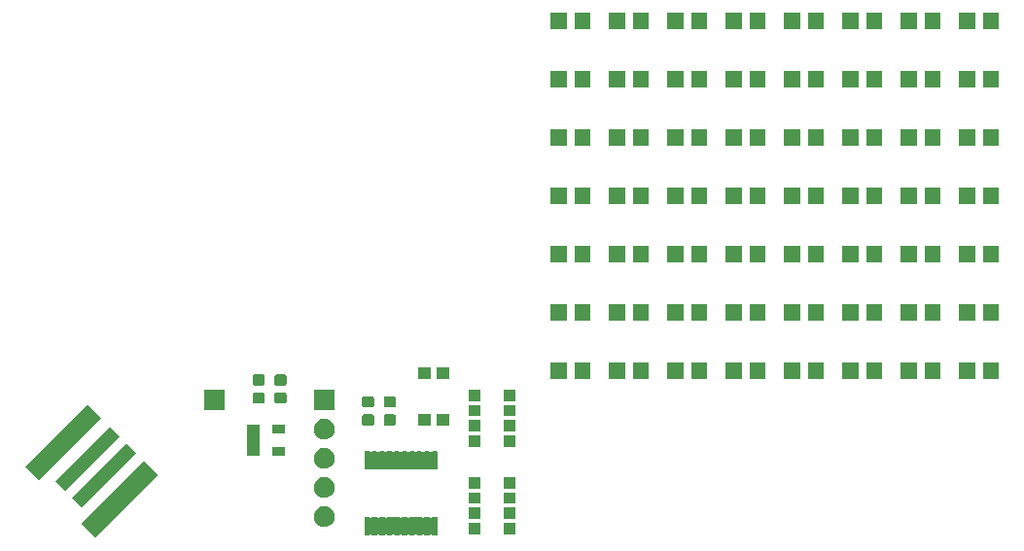
<source format=gbr>
G04 #@! TF.GenerationSoftware,KiCad,Pcbnew,(5.1.5-0-10_14)*
G04 #@! TF.CreationDate,2020-05-08T01:23:42-06:00*
G04 #@! TF.ProjectId,business_card_v1,62757369-6e65-4737-935f-636172645f76,rev?*
G04 #@! TF.SameCoordinates,Original*
G04 #@! TF.FileFunction,Soldermask,Top*
G04 #@! TF.FilePolarity,Negative*
%FSLAX46Y46*%
G04 Gerber Fmt 4.6, Leading zero omitted, Abs format (unit mm)*
G04 Created by KiCad (PCBNEW (5.1.5-0-10_14)) date 2020-05-08 01:23:42*
%MOMM*%
%LPD*%
G04 APERTURE LIST*
%ADD10C,0.100000*%
G04 APERTURE END LIST*
D10*
G36*
X117627397Y-123037275D02*
G01*
X112180412Y-128484260D01*
X110976067Y-127279915D01*
X116423052Y-121832930D01*
X117627397Y-123037275D01*
G37*
G36*
X136022670Y-126726303D02*
G01*
X136034375Y-126729854D01*
X136045165Y-126735621D01*
X136059188Y-126747130D01*
X136068204Y-126756145D01*
X136088578Y-126769759D01*
X136111217Y-126779135D01*
X136135251Y-126783915D01*
X136159755Y-126783915D01*
X136183788Y-126779134D01*
X136206426Y-126769756D01*
X136226801Y-126756142D01*
X136235817Y-126747126D01*
X136249835Y-126735621D01*
X136260625Y-126729854D01*
X136272330Y-126726303D01*
X136290638Y-126724500D01*
X136654362Y-126724500D01*
X136672670Y-126726303D01*
X136684375Y-126729854D01*
X136695165Y-126735621D01*
X136709188Y-126747130D01*
X136718204Y-126756145D01*
X136738578Y-126769759D01*
X136761217Y-126779135D01*
X136785251Y-126783915D01*
X136809755Y-126783915D01*
X136833788Y-126779134D01*
X136856426Y-126769756D01*
X136876801Y-126756142D01*
X136885817Y-126747126D01*
X136899835Y-126735621D01*
X136910625Y-126729854D01*
X136922330Y-126726303D01*
X136940638Y-126724500D01*
X137304362Y-126724500D01*
X137322670Y-126726303D01*
X137334375Y-126729854D01*
X137345165Y-126735621D01*
X137359188Y-126747130D01*
X137368204Y-126756145D01*
X137388578Y-126769759D01*
X137411217Y-126779135D01*
X137435251Y-126783915D01*
X137459755Y-126783915D01*
X137483788Y-126779134D01*
X137506426Y-126769756D01*
X137526801Y-126756142D01*
X137535817Y-126747126D01*
X137549835Y-126735621D01*
X137560625Y-126729854D01*
X137572330Y-126726303D01*
X137590638Y-126724500D01*
X137954362Y-126724500D01*
X137972670Y-126726303D01*
X137984375Y-126729854D01*
X137995165Y-126735621D01*
X138009188Y-126747130D01*
X138018204Y-126756145D01*
X138038578Y-126769759D01*
X138061217Y-126779135D01*
X138085251Y-126783915D01*
X138109755Y-126783915D01*
X138133788Y-126779134D01*
X138156426Y-126769756D01*
X138176801Y-126756142D01*
X138185817Y-126747126D01*
X138199835Y-126735621D01*
X138210625Y-126729854D01*
X138222330Y-126726303D01*
X138240638Y-126724500D01*
X138604362Y-126724500D01*
X138622670Y-126726303D01*
X138634375Y-126729854D01*
X138645165Y-126735621D01*
X138659188Y-126747130D01*
X138668204Y-126756145D01*
X138688578Y-126769759D01*
X138711217Y-126779135D01*
X138735251Y-126783915D01*
X138759755Y-126783915D01*
X138783788Y-126779134D01*
X138806426Y-126769756D01*
X138826801Y-126756142D01*
X138835817Y-126747126D01*
X138849835Y-126735621D01*
X138860625Y-126729854D01*
X138872330Y-126726303D01*
X138890638Y-126724500D01*
X139254362Y-126724500D01*
X139272670Y-126726303D01*
X139284375Y-126729854D01*
X139295165Y-126735621D01*
X139309188Y-126747130D01*
X139318204Y-126756145D01*
X139338578Y-126769759D01*
X139361217Y-126779135D01*
X139385251Y-126783915D01*
X139409755Y-126783915D01*
X139433788Y-126779134D01*
X139456426Y-126769756D01*
X139476801Y-126756142D01*
X139485817Y-126747126D01*
X139499835Y-126735621D01*
X139510625Y-126729854D01*
X139522330Y-126726303D01*
X139540638Y-126724500D01*
X139904362Y-126724500D01*
X139922670Y-126726303D01*
X139934375Y-126729854D01*
X139945165Y-126735621D01*
X139959188Y-126747130D01*
X139968204Y-126756145D01*
X139988578Y-126769759D01*
X140011217Y-126779135D01*
X140035251Y-126783915D01*
X140059755Y-126783915D01*
X140083788Y-126779134D01*
X140106426Y-126769756D01*
X140126801Y-126756142D01*
X140135817Y-126747126D01*
X140149835Y-126735621D01*
X140160625Y-126729854D01*
X140172330Y-126726303D01*
X140190638Y-126724500D01*
X140554362Y-126724500D01*
X140572670Y-126726303D01*
X140584375Y-126729854D01*
X140595165Y-126735621D01*
X140609188Y-126747130D01*
X140618204Y-126756145D01*
X140638578Y-126769759D01*
X140661217Y-126779135D01*
X140685251Y-126783915D01*
X140709755Y-126783915D01*
X140733788Y-126779134D01*
X140756426Y-126769756D01*
X140776801Y-126756142D01*
X140785817Y-126747126D01*
X140799835Y-126735621D01*
X140810625Y-126729854D01*
X140822330Y-126726303D01*
X140840638Y-126724500D01*
X141204362Y-126724500D01*
X141222670Y-126726303D01*
X141234375Y-126729854D01*
X141245165Y-126735621D01*
X141259188Y-126747130D01*
X141268204Y-126756145D01*
X141288578Y-126769759D01*
X141311217Y-126779135D01*
X141335251Y-126783915D01*
X141359755Y-126783915D01*
X141383788Y-126779134D01*
X141406426Y-126769756D01*
X141426801Y-126756142D01*
X141435817Y-126747126D01*
X141449835Y-126735621D01*
X141460625Y-126729854D01*
X141472330Y-126726303D01*
X141490638Y-126724500D01*
X141854362Y-126724500D01*
X141872670Y-126726303D01*
X141884375Y-126729854D01*
X141895165Y-126735621D01*
X141904619Y-126743381D01*
X141912379Y-126752835D01*
X141918146Y-126763625D01*
X141921697Y-126775330D01*
X141923500Y-126793638D01*
X141923500Y-128232362D01*
X141921697Y-128250670D01*
X141918146Y-128262375D01*
X141912379Y-128273165D01*
X141904619Y-128282619D01*
X141895165Y-128290379D01*
X141884375Y-128296146D01*
X141872670Y-128299697D01*
X141854362Y-128301500D01*
X141490638Y-128301500D01*
X141472330Y-128299697D01*
X141460625Y-128296146D01*
X141449835Y-128290379D01*
X141435812Y-128278870D01*
X141426796Y-128269855D01*
X141406422Y-128256241D01*
X141383783Y-128246865D01*
X141359749Y-128242085D01*
X141335245Y-128242085D01*
X141311212Y-128246866D01*
X141288574Y-128256244D01*
X141268199Y-128269858D01*
X141259183Y-128278874D01*
X141245165Y-128290379D01*
X141234375Y-128296146D01*
X141222670Y-128299697D01*
X141204362Y-128301500D01*
X140840638Y-128301500D01*
X140822330Y-128299697D01*
X140810625Y-128296146D01*
X140799835Y-128290379D01*
X140785812Y-128278870D01*
X140776796Y-128269855D01*
X140756422Y-128256241D01*
X140733783Y-128246865D01*
X140709749Y-128242085D01*
X140685245Y-128242085D01*
X140661212Y-128246866D01*
X140638574Y-128256244D01*
X140618199Y-128269858D01*
X140609183Y-128278874D01*
X140595165Y-128290379D01*
X140584375Y-128296146D01*
X140572670Y-128299697D01*
X140554362Y-128301500D01*
X140190638Y-128301500D01*
X140172330Y-128299697D01*
X140160625Y-128296146D01*
X140149835Y-128290379D01*
X140135812Y-128278870D01*
X140126796Y-128269855D01*
X140106422Y-128256241D01*
X140083783Y-128246865D01*
X140059749Y-128242085D01*
X140035245Y-128242085D01*
X140011212Y-128246866D01*
X139988574Y-128256244D01*
X139968199Y-128269858D01*
X139959183Y-128278874D01*
X139945165Y-128290379D01*
X139934375Y-128296146D01*
X139922670Y-128299697D01*
X139904362Y-128301500D01*
X139540638Y-128301500D01*
X139522330Y-128299697D01*
X139510625Y-128296146D01*
X139499835Y-128290379D01*
X139485812Y-128278870D01*
X139476796Y-128269855D01*
X139456422Y-128256241D01*
X139433783Y-128246865D01*
X139409749Y-128242085D01*
X139385245Y-128242085D01*
X139361212Y-128246866D01*
X139338574Y-128256244D01*
X139318199Y-128269858D01*
X139309183Y-128278874D01*
X139295165Y-128290379D01*
X139284375Y-128296146D01*
X139272670Y-128299697D01*
X139254362Y-128301500D01*
X138890638Y-128301500D01*
X138872330Y-128299697D01*
X138860625Y-128296146D01*
X138849835Y-128290379D01*
X138835812Y-128278870D01*
X138826796Y-128269855D01*
X138806422Y-128256241D01*
X138783783Y-128246865D01*
X138759749Y-128242085D01*
X138735245Y-128242085D01*
X138711212Y-128246866D01*
X138688574Y-128256244D01*
X138668199Y-128269858D01*
X138659183Y-128278874D01*
X138645165Y-128290379D01*
X138634375Y-128296146D01*
X138622670Y-128299697D01*
X138604362Y-128301500D01*
X138240638Y-128301500D01*
X138222330Y-128299697D01*
X138210625Y-128296146D01*
X138199835Y-128290379D01*
X138185812Y-128278870D01*
X138176796Y-128269855D01*
X138156422Y-128256241D01*
X138133783Y-128246865D01*
X138109749Y-128242085D01*
X138085245Y-128242085D01*
X138061212Y-128246866D01*
X138038574Y-128256244D01*
X138018199Y-128269858D01*
X138009183Y-128278874D01*
X137995165Y-128290379D01*
X137984375Y-128296146D01*
X137972670Y-128299697D01*
X137954362Y-128301500D01*
X137590638Y-128301500D01*
X137572330Y-128299697D01*
X137560625Y-128296146D01*
X137549835Y-128290379D01*
X137535812Y-128278870D01*
X137526796Y-128269855D01*
X137506422Y-128256241D01*
X137483783Y-128246865D01*
X137459749Y-128242085D01*
X137435245Y-128242085D01*
X137411212Y-128246866D01*
X137388574Y-128256244D01*
X137368199Y-128269858D01*
X137359183Y-128278874D01*
X137345165Y-128290379D01*
X137334375Y-128296146D01*
X137322670Y-128299697D01*
X137304362Y-128301500D01*
X136940638Y-128301500D01*
X136922330Y-128299697D01*
X136910625Y-128296146D01*
X136899835Y-128290379D01*
X136885812Y-128278870D01*
X136876796Y-128269855D01*
X136856422Y-128256241D01*
X136833783Y-128246865D01*
X136809749Y-128242085D01*
X136785245Y-128242085D01*
X136761212Y-128246866D01*
X136738574Y-128256244D01*
X136718199Y-128269858D01*
X136709183Y-128278874D01*
X136695165Y-128290379D01*
X136684375Y-128296146D01*
X136672670Y-128299697D01*
X136654362Y-128301500D01*
X136290638Y-128301500D01*
X136272330Y-128299697D01*
X136260625Y-128296146D01*
X136249835Y-128290379D01*
X136235812Y-128278870D01*
X136226796Y-128269855D01*
X136206422Y-128256241D01*
X136183783Y-128246865D01*
X136159749Y-128242085D01*
X136135245Y-128242085D01*
X136111212Y-128246866D01*
X136088574Y-128256244D01*
X136068199Y-128269858D01*
X136059183Y-128278874D01*
X136045165Y-128290379D01*
X136034375Y-128296146D01*
X136022670Y-128299697D01*
X136004362Y-128301500D01*
X135640638Y-128301500D01*
X135622330Y-128299697D01*
X135610625Y-128296146D01*
X135599835Y-128290379D01*
X135590381Y-128282619D01*
X135582621Y-128273165D01*
X135576854Y-128262375D01*
X135573303Y-128250670D01*
X135571500Y-128232362D01*
X135571500Y-126793638D01*
X135573303Y-126775330D01*
X135576854Y-126763625D01*
X135582621Y-126752835D01*
X135590381Y-126743381D01*
X135599835Y-126735621D01*
X135610625Y-126729854D01*
X135622330Y-126726303D01*
X135640638Y-126724500D01*
X136004362Y-126724500D01*
X136022670Y-126726303D01*
G37*
G36*
X145686000Y-128231000D02*
G01*
X144684000Y-128231000D01*
X144684000Y-127229000D01*
X145686000Y-127229000D01*
X145686000Y-128231000D01*
G37*
G36*
X148686000Y-128231000D02*
G01*
X147684000Y-128231000D01*
X147684000Y-127229000D01*
X148686000Y-127229000D01*
X148686000Y-128231000D01*
G37*
G36*
X132193512Y-125786427D02*
G01*
X132342812Y-125816124D01*
X132506784Y-125884044D01*
X132654354Y-125982647D01*
X132779853Y-126108146D01*
X132878456Y-126255716D01*
X132946376Y-126419688D01*
X132981000Y-126593759D01*
X132981000Y-126771241D01*
X132946376Y-126945312D01*
X132878456Y-127109284D01*
X132779853Y-127256854D01*
X132654354Y-127382353D01*
X132506784Y-127480956D01*
X132342812Y-127548876D01*
X132193512Y-127578573D01*
X132168742Y-127583500D01*
X131991258Y-127583500D01*
X131966488Y-127578573D01*
X131817188Y-127548876D01*
X131653216Y-127480956D01*
X131505646Y-127382353D01*
X131380147Y-127256854D01*
X131281544Y-127109284D01*
X131213624Y-126945312D01*
X131179000Y-126771241D01*
X131179000Y-126593759D01*
X131213624Y-126419688D01*
X131281544Y-126255716D01*
X131380147Y-126108146D01*
X131505646Y-125982647D01*
X131653216Y-125884044D01*
X131817188Y-125816124D01*
X131966488Y-125786427D01*
X131991258Y-125781500D01*
X132168742Y-125781500D01*
X132193512Y-125786427D01*
G37*
G36*
X148686000Y-126891000D02*
G01*
X147684000Y-126891000D01*
X147684000Y-125889000D01*
X148686000Y-125889000D01*
X148686000Y-126891000D01*
G37*
G36*
X145686000Y-126891000D02*
G01*
X144684000Y-126891000D01*
X144684000Y-125889000D01*
X145686000Y-125889000D01*
X145686000Y-126891000D01*
G37*
G36*
X115682854Y-121092731D02*
G01*
X110942975Y-125832610D01*
X110092184Y-124981819D01*
X114832063Y-120241940D01*
X115682854Y-121092731D01*
G37*
G36*
X148686000Y-125571000D02*
G01*
X147684000Y-125571000D01*
X147684000Y-124569000D01*
X148686000Y-124569000D01*
X148686000Y-125571000D01*
G37*
G36*
X145686000Y-125571000D02*
G01*
X144684000Y-125571000D01*
X144684000Y-124569000D01*
X145686000Y-124569000D01*
X145686000Y-125571000D01*
G37*
G36*
X132193512Y-123246427D02*
G01*
X132342812Y-123276124D01*
X132506784Y-123344044D01*
X132654354Y-123442647D01*
X132779853Y-123568146D01*
X132878456Y-123715716D01*
X132946376Y-123879688D01*
X132981000Y-124053759D01*
X132981000Y-124231241D01*
X132946376Y-124405312D01*
X132878456Y-124569284D01*
X132779853Y-124716854D01*
X132654354Y-124842353D01*
X132506784Y-124940956D01*
X132342812Y-125008876D01*
X132193512Y-125038573D01*
X132168742Y-125043500D01*
X131991258Y-125043500D01*
X131966488Y-125038573D01*
X131817188Y-125008876D01*
X131653216Y-124940956D01*
X131505646Y-124842353D01*
X131380147Y-124716854D01*
X131281544Y-124569284D01*
X131213624Y-124405312D01*
X131179000Y-124231241D01*
X131179000Y-124053759D01*
X131213624Y-123879688D01*
X131281544Y-123715716D01*
X131380147Y-123568146D01*
X131505646Y-123442647D01*
X131653216Y-123344044D01*
X131817188Y-123276124D01*
X131966488Y-123246427D01*
X131991258Y-123241500D01*
X132168742Y-123241500D01*
X132193512Y-123246427D01*
G37*
G36*
X114268640Y-119678517D02*
G01*
X109528761Y-124418396D01*
X108677970Y-123567605D01*
X113417849Y-118827726D01*
X114268640Y-119678517D01*
G37*
G36*
X148686000Y-124231000D02*
G01*
X147684000Y-124231000D01*
X147684000Y-123229000D01*
X148686000Y-123229000D01*
X148686000Y-124231000D01*
G37*
G36*
X145686000Y-124231000D02*
G01*
X144684000Y-124231000D01*
X144684000Y-123229000D01*
X145686000Y-123229000D01*
X145686000Y-124231000D01*
G37*
G36*
X112677650Y-118087528D02*
G01*
X107230665Y-123534513D01*
X106026320Y-122330168D01*
X111473305Y-116883183D01*
X112677650Y-118087528D01*
G37*
G36*
X136022670Y-121001303D02*
G01*
X136034375Y-121004854D01*
X136045165Y-121010621D01*
X136059188Y-121022130D01*
X136068204Y-121031145D01*
X136088578Y-121044759D01*
X136111217Y-121054135D01*
X136135251Y-121058915D01*
X136159755Y-121058915D01*
X136183788Y-121054134D01*
X136206426Y-121044756D01*
X136226801Y-121031142D01*
X136235817Y-121022126D01*
X136249835Y-121010621D01*
X136260625Y-121004854D01*
X136272330Y-121001303D01*
X136290638Y-120999500D01*
X136654362Y-120999500D01*
X136672670Y-121001303D01*
X136684375Y-121004854D01*
X136695165Y-121010621D01*
X136709188Y-121022130D01*
X136718204Y-121031145D01*
X136738578Y-121044759D01*
X136761217Y-121054135D01*
X136785251Y-121058915D01*
X136809755Y-121058915D01*
X136833788Y-121054134D01*
X136856426Y-121044756D01*
X136876801Y-121031142D01*
X136885817Y-121022126D01*
X136899835Y-121010621D01*
X136910625Y-121004854D01*
X136922330Y-121001303D01*
X136940638Y-120999500D01*
X137304362Y-120999500D01*
X137322670Y-121001303D01*
X137334375Y-121004854D01*
X137345165Y-121010621D01*
X137359188Y-121022130D01*
X137368204Y-121031145D01*
X137388578Y-121044759D01*
X137411217Y-121054135D01*
X137435251Y-121058915D01*
X137459755Y-121058915D01*
X137483788Y-121054134D01*
X137506426Y-121044756D01*
X137526801Y-121031142D01*
X137535817Y-121022126D01*
X137549835Y-121010621D01*
X137560625Y-121004854D01*
X137572330Y-121001303D01*
X137590638Y-120999500D01*
X137954362Y-120999500D01*
X137972670Y-121001303D01*
X137984375Y-121004854D01*
X137995165Y-121010621D01*
X138009188Y-121022130D01*
X138018204Y-121031145D01*
X138038578Y-121044759D01*
X138061217Y-121054135D01*
X138085251Y-121058915D01*
X138109755Y-121058915D01*
X138133788Y-121054134D01*
X138156426Y-121044756D01*
X138176801Y-121031142D01*
X138185817Y-121022126D01*
X138199835Y-121010621D01*
X138210625Y-121004854D01*
X138222330Y-121001303D01*
X138240638Y-120999500D01*
X138604362Y-120999500D01*
X138622670Y-121001303D01*
X138634375Y-121004854D01*
X138645165Y-121010621D01*
X138659188Y-121022130D01*
X138668204Y-121031145D01*
X138688578Y-121044759D01*
X138711217Y-121054135D01*
X138735251Y-121058915D01*
X138759755Y-121058915D01*
X138783788Y-121054134D01*
X138806426Y-121044756D01*
X138826801Y-121031142D01*
X138835817Y-121022126D01*
X138849835Y-121010621D01*
X138860625Y-121004854D01*
X138872330Y-121001303D01*
X138890638Y-120999500D01*
X139254362Y-120999500D01*
X139272670Y-121001303D01*
X139284375Y-121004854D01*
X139295165Y-121010621D01*
X139309188Y-121022130D01*
X139318204Y-121031145D01*
X139338578Y-121044759D01*
X139361217Y-121054135D01*
X139385251Y-121058915D01*
X139409755Y-121058915D01*
X139433788Y-121054134D01*
X139456426Y-121044756D01*
X139476801Y-121031142D01*
X139485817Y-121022126D01*
X139499835Y-121010621D01*
X139510625Y-121004854D01*
X139522330Y-121001303D01*
X139540638Y-120999500D01*
X139904362Y-120999500D01*
X139922670Y-121001303D01*
X139934375Y-121004854D01*
X139945165Y-121010621D01*
X139959188Y-121022130D01*
X139968204Y-121031145D01*
X139988578Y-121044759D01*
X140011217Y-121054135D01*
X140035251Y-121058915D01*
X140059755Y-121058915D01*
X140083788Y-121054134D01*
X140106426Y-121044756D01*
X140126801Y-121031142D01*
X140135817Y-121022126D01*
X140149835Y-121010621D01*
X140160625Y-121004854D01*
X140172330Y-121001303D01*
X140190638Y-120999500D01*
X140554362Y-120999500D01*
X140572670Y-121001303D01*
X140584375Y-121004854D01*
X140595165Y-121010621D01*
X140609188Y-121022130D01*
X140618204Y-121031145D01*
X140638578Y-121044759D01*
X140661217Y-121054135D01*
X140685251Y-121058915D01*
X140709755Y-121058915D01*
X140733788Y-121054134D01*
X140756426Y-121044756D01*
X140776801Y-121031142D01*
X140785817Y-121022126D01*
X140799835Y-121010621D01*
X140810625Y-121004854D01*
X140822330Y-121001303D01*
X140840638Y-120999500D01*
X141204362Y-120999500D01*
X141222670Y-121001303D01*
X141234375Y-121004854D01*
X141245165Y-121010621D01*
X141259188Y-121022130D01*
X141268204Y-121031145D01*
X141288578Y-121044759D01*
X141311217Y-121054135D01*
X141335251Y-121058915D01*
X141359755Y-121058915D01*
X141383788Y-121054134D01*
X141406426Y-121044756D01*
X141426801Y-121031142D01*
X141435817Y-121022126D01*
X141449835Y-121010621D01*
X141460625Y-121004854D01*
X141472330Y-121001303D01*
X141490638Y-120999500D01*
X141854362Y-120999500D01*
X141872670Y-121001303D01*
X141884375Y-121004854D01*
X141895165Y-121010621D01*
X141904619Y-121018381D01*
X141912379Y-121027835D01*
X141918146Y-121038625D01*
X141921697Y-121050330D01*
X141923500Y-121068638D01*
X141923500Y-122507362D01*
X141921697Y-122525670D01*
X141918146Y-122537375D01*
X141912379Y-122548165D01*
X141904619Y-122557619D01*
X141895165Y-122565379D01*
X141884375Y-122571146D01*
X141872670Y-122574697D01*
X141854362Y-122576500D01*
X141490638Y-122576500D01*
X141472330Y-122574697D01*
X141460625Y-122571146D01*
X141449835Y-122565379D01*
X141435812Y-122553870D01*
X141426796Y-122544855D01*
X141406422Y-122531241D01*
X141383783Y-122521865D01*
X141359749Y-122517085D01*
X141335245Y-122517085D01*
X141311212Y-122521866D01*
X141288574Y-122531244D01*
X141268199Y-122544858D01*
X141259183Y-122553874D01*
X141245165Y-122565379D01*
X141234375Y-122571146D01*
X141222670Y-122574697D01*
X141204362Y-122576500D01*
X140840638Y-122576500D01*
X140822330Y-122574697D01*
X140810625Y-122571146D01*
X140799835Y-122565379D01*
X140785812Y-122553870D01*
X140776796Y-122544855D01*
X140756422Y-122531241D01*
X140733783Y-122521865D01*
X140709749Y-122517085D01*
X140685245Y-122517085D01*
X140661212Y-122521866D01*
X140638574Y-122531244D01*
X140618199Y-122544858D01*
X140609183Y-122553874D01*
X140595165Y-122565379D01*
X140584375Y-122571146D01*
X140572670Y-122574697D01*
X140554362Y-122576500D01*
X140190638Y-122576500D01*
X140172330Y-122574697D01*
X140160625Y-122571146D01*
X140149835Y-122565379D01*
X140135812Y-122553870D01*
X140126796Y-122544855D01*
X140106422Y-122531241D01*
X140083783Y-122521865D01*
X140059749Y-122517085D01*
X140035245Y-122517085D01*
X140011212Y-122521866D01*
X139988574Y-122531244D01*
X139968199Y-122544858D01*
X139959183Y-122553874D01*
X139945165Y-122565379D01*
X139934375Y-122571146D01*
X139922670Y-122574697D01*
X139904362Y-122576500D01*
X139540638Y-122576500D01*
X139522330Y-122574697D01*
X139510625Y-122571146D01*
X139499835Y-122565379D01*
X139485812Y-122553870D01*
X139476796Y-122544855D01*
X139456422Y-122531241D01*
X139433783Y-122521865D01*
X139409749Y-122517085D01*
X139385245Y-122517085D01*
X139361212Y-122521866D01*
X139338574Y-122531244D01*
X139318199Y-122544858D01*
X139309183Y-122553874D01*
X139295165Y-122565379D01*
X139284375Y-122571146D01*
X139272670Y-122574697D01*
X139254362Y-122576500D01*
X138890638Y-122576500D01*
X138872330Y-122574697D01*
X138860625Y-122571146D01*
X138849835Y-122565379D01*
X138835812Y-122553870D01*
X138826796Y-122544855D01*
X138806422Y-122531241D01*
X138783783Y-122521865D01*
X138759749Y-122517085D01*
X138735245Y-122517085D01*
X138711212Y-122521866D01*
X138688574Y-122531244D01*
X138668199Y-122544858D01*
X138659183Y-122553874D01*
X138645165Y-122565379D01*
X138634375Y-122571146D01*
X138622670Y-122574697D01*
X138604362Y-122576500D01*
X138240638Y-122576500D01*
X138222330Y-122574697D01*
X138210625Y-122571146D01*
X138199835Y-122565379D01*
X138185812Y-122553870D01*
X138176796Y-122544855D01*
X138156422Y-122531241D01*
X138133783Y-122521865D01*
X138109749Y-122517085D01*
X138085245Y-122517085D01*
X138061212Y-122521866D01*
X138038574Y-122531244D01*
X138018199Y-122544858D01*
X138009183Y-122553874D01*
X137995165Y-122565379D01*
X137984375Y-122571146D01*
X137972670Y-122574697D01*
X137954362Y-122576500D01*
X137590638Y-122576500D01*
X137572330Y-122574697D01*
X137560625Y-122571146D01*
X137549835Y-122565379D01*
X137535812Y-122553870D01*
X137526796Y-122544855D01*
X137506422Y-122531241D01*
X137483783Y-122521865D01*
X137459749Y-122517085D01*
X137435245Y-122517085D01*
X137411212Y-122521866D01*
X137388574Y-122531244D01*
X137368199Y-122544858D01*
X137359183Y-122553874D01*
X137345165Y-122565379D01*
X137334375Y-122571146D01*
X137322670Y-122574697D01*
X137304362Y-122576500D01*
X136940638Y-122576500D01*
X136922330Y-122574697D01*
X136910625Y-122571146D01*
X136899835Y-122565379D01*
X136885812Y-122553870D01*
X136876796Y-122544855D01*
X136856422Y-122531241D01*
X136833783Y-122521865D01*
X136809749Y-122517085D01*
X136785245Y-122517085D01*
X136761212Y-122521866D01*
X136738574Y-122531244D01*
X136718199Y-122544858D01*
X136709183Y-122553874D01*
X136695165Y-122565379D01*
X136684375Y-122571146D01*
X136672670Y-122574697D01*
X136654362Y-122576500D01*
X136290638Y-122576500D01*
X136272330Y-122574697D01*
X136260625Y-122571146D01*
X136249835Y-122565379D01*
X136235812Y-122553870D01*
X136226796Y-122544855D01*
X136206422Y-122531241D01*
X136183783Y-122521865D01*
X136159749Y-122517085D01*
X136135245Y-122517085D01*
X136111212Y-122521866D01*
X136088574Y-122531244D01*
X136068199Y-122544858D01*
X136059183Y-122553874D01*
X136045165Y-122565379D01*
X136034375Y-122571146D01*
X136022670Y-122574697D01*
X136004362Y-122576500D01*
X135640638Y-122576500D01*
X135622330Y-122574697D01*
X135610625Y-122571146D01*
X135599835Y-122565379D01*
X135590381Y-122557619D01*
X135582621Y-122548165D01*
X135576854Y-122537375D01*
X135573303Y-122525670D01*
X135571500Y-122507362D01*
X135571500Y-121068638D01*
X135573303Y-121050330D01*
X135576854Y-121038625D01*
X135582621Y-121027835D01*
X135590381Y-121018381D01*
X135599835Y-121010621D01*
X135610625Y-121004854D01*
X135622330Y-121001303D01*
X135640638Y-120999500D01*
X136004362Y-120999500D01*
X136022670Y-121001303D01*
G37*
G36*
X132193512Y-120706427D02*
G01*
X132342812Y-120736124D01*
X132506784Y-120804044D01*
X132654354Y-120902647D01*
X132779853Y-121028146D01*
X132878456Y-121175716D01*
X132946376Y-121339688D01*
X132981000Y-121513759D01*
X132981000Y-121691241D01*
X132946376Y-121865312D01*
X132878456Y-122029284D01*
X132779853Y-122176854D01*
X132654354Y-122302353D01*
X132506784Y-122400956D01*
X132342812Y-122468876D01*
X132193512Y-122498573D01*
X132168742Y-122503500D01*
X131991258Y-122503500D01*
X131966488Y-122498573D01*
X131817188Y-122468876D01*
X131653216Y-122400956D01*
X131505646Y-122302353D01*
X131380147Y-122176854D01*
X131281544Y-122029284D01*
X131213624Y-121865312D01*
X131179000Y-121691241D01*
X131179000Y-121513759D01*
X131213624Y-121339688D01*
X131281544Y-121175716D01*
X131380147Y-121028146D01*
X131505646Y-120902647D01*
X131653216Y-120804044D01*
X131817188Y-120736124D01*
X131966488Y-120706427D01*
X131991258Y-120701500D01*
X132168742Y-120701500D01*
X132193512Y-120706427D01*
G37*
G36*
X126481000Y-121341000D02*
G01*
X125319000Y-121341000D01*
X125319000Y-118689000D01*
X126481000Y-118689000D01*
X126481000Y-121341000D01*
G37*
G36*
X128681000Y-121341000D02*
G01*
X127519000Y-121341000D01*
X127519000Y-120589000D01*
X128681000Y-120589000D01*
X128681000Y-121341000D01*
G37*
G36*
X148686000Y-120611000D02*
G01*
X147684000Y-120611000D01*
X147684000Y-119609000D01*
X148686000Y-119609000D01*
X148686000Y-120611000D01*
G37*
G36*
X145686000Y-120611000D02*
G01*
X144684000Y-120611000D01*
X144684000Y-119609000D01*
X145686000Y-119609000D01*
X145686000Y-120611000D01*
G37*
G36*
X132193512Y-118166427D02*
G01*
X132342812Y-118196124D01*
X132506784Y-118264044D01*
X132654354Y-118362647D01*
X132779853Y-118488146D01*
X132878456Y-118635716D01*
X132946376Y-118799688D01*
X132981000Y-118973759D01*
X132981000Y-119151241D01*
X132946376Y-119325312D01*
X132878456Y-119489284D01*
X132779853Y-119636854D01*
X132654354Y-119762353D01*
X132506784Y-119860956D01*
X132342812Y-119928876D01*
X132193512Y-119958573D01*
X132168742Y-119963500D01*
X131991258Y-119963500D01*
X131966488Y-119958573D01*
X131817188Y-119928876D01*
X131653216Y-119860956D01*
X131505646Y-119762353D01*
X131380147Y-119636854D01*
X131281544Y-119489284D01*
X131213624Y-119325312D01*
X131179000Y-119151241D01*
X131179000Y-118973759D01*
X131213624Y-118799688D01*
X131281544Y-118635716D01*
X131380147Y-118488146D01*
X131505646Y-118362647D01*
X131653216Y-118264044D01*
X131817188Y-118196124D01*
X131966488Y-118166427D01*
X131991258Y-118161500D01*
X132168742Y-118161500D01*
X132193512Y-118166427D01*
G37*
G36*
X128681000Y-119441000D02*
G01*
X127519000Y-119441000D01*
X127519000Y-118689000D01*
X128681000Y-118689000D01*
X128681000Y-119441000D01*
G37*
G36*
X148686000Y-119271000D02*
G01*
X147684000Y-119271000D01*
X147684000Y-118269000D01*
X148686000Y-118269000D01*
X148686000Y-119271000D01*
G37*
G36*
X145686000Y-119271000D02*
G01*
X144684000Y-119271000D01*
X144684000Y-118269000D01*
X145686000Y-118269000D01*
X145686000Y-119271000D01*
G37*
G36*
X141356000Y-118756000D02*
G01*
X140254000Y-118756000D01*
X140254000Y-117754000D01*
X141356000Y-117754000D01*
X141356000Y-118756000D01*
G37*
G36*
X142956000Y-118756000D02*
G01*
X141854000Y-118756000D01*
X141854000Y-117754000D01*
X142956000Y-117754000D01*
X142956000Y-118756000D01*
G37*
G36*
X136269591Y-117778085D02*
G01*
X136303569Y-117788393D01*
X136334890Y-117805134D01*
X136362339Y-117827661D01*
X136384866Y-117855110D01*
X136401607Y-117886431D01*
X136411915Y-117920409D01*
X136416000Y-117961890D01*
X136416000Y-118563110D01*
X136411915Y-118604591D01*
X136401607Y-118638569D01*
X136384866Y-118669890D01*
X136362339Y-118697339D01*
X136334890Y-118719866D01*
X136303569Y-118736607D01*
X136269591Y-118746915D01*
X136228110Y-118751000D01*
X135551890Y-118751000D01*
X135510409Y-118746915D01*
X135476431Y-118736607D01*
X135445110Y-118719866D01*
X135417661Y-118697339D01*
X135395134Y-118669890D01*
X135378393Y-118638569D01*
X135368085Y-118604591D01*
X135364000Y-118563110D01*
X135364000Y-117961890D01*
X135368085Y-117920409D01*
X135378393Y-117886431D01*
X135395134Y-117855110D01*
X135417661Y-117827661D01*
X135445110Y-117805134D01*
X135476431Y-117788393D01*
X135510409Y-117778085D01*
X135551890Y-117774000D01*
X136228110Y-117774000D01*
X136269591Y-117778085D01*
G37*
G36*
X138174591Y-117778085D02*
G01*
X138208569Y-117788393D01*
X138239890Y-117805134D01*
X138267339Y-117827661D01*
X138289866Y-117855110D01*
X138306607Y-117886431D01*
X138316915Y-117920409D01*
X138321000Y-117961890D01*
X138321000Y-118563110D01*
X138316915Y-118604591D01*
X138306607Y-118638569D01*
X138289866Y-118669890D01*
X138267339Y-118697339D01*
X138239890Y-118719866D01*
X138208569Y-118736607D01*
X138174591Y-118746915D01*
X138133110Y-118751000D01*
X137456890Y-118751000D01*
X137415409Y-118746915D01*
X137381431Y-118736607D01*
X137350110Y-118719866D01*
X137322661Y-118697339D01*
X137300134Y-118669890D01*
X137283393Y-118638569D01*
X137273085Y-118604591D01*
X137269000Y-118563110D01*
X137269000Y-117961890D01*
X137273085Y-117920409D01*
X137283393Y-117886431D01*
X137300134Y-117855110D01*
X137322661Y-117827661D01*
X137350110Y-117805134D01*
X137381431Y-117788393D01*
X137415409Y-117778085D01*
X137456890Y-117774000D01*
X138133110Y-117774000D01*
X138174591Y-117778085D01*
G37*
G36*
X148686000Y-117951000D02*
G01*
X147684000Y-117951000D01*
X147684000Y-116949000D01*
X148686000Y-116949000D01*
X148686000Y-117951000D01*
G37*
G36*
X145686000Y-117951000D02*
G01*
X144684000Y-117951000D01*
X144684000Y-116949000D01*
X145686000Y-116949000D01*
X145686000Y-117951000D01*
G37*
G36*
X123405200Y-117436200D02*
G01*
X121603200Y-117436200D01*
X121603200Y-115634200D01*
X123405200Y-115634200D01*
X123405200Y-117436200D01*
G37*
G36*
X132981000Y-117423500D02*
G01*
X131179000Y-117423500D01*
X131179000Y-115621500D01*
X132981000Y-115621500D01*
X132981000Y-117423500D01*
G37*
G36*
X136269591Y-116203085D02*
G01*
X136303569Y-116213393D01*
X136334890Y-116230134D01*
X136362339Y-116252661D01*
X136384866Y-116280110D01*
X136401607Y-116311431D01*
X136411915Y-116345409D01*
X136416000Y-116386890D01*
X136416000Y-116988110D01*
X136411915Y-117029591D01*
X136401607Y-117063569D01*
X136384866Y-117094890D01*
X136362339Y-117122339D01*
X136334890Y-117144866D01*
X136303569Y-117161607D01*
X136269591Y-117171915D01*
X136228110Y-117176000D01*
X135551890Y-117176000D01*
X135510409Y-117171915D01*
X135476431Y-117161607D01*
X135445110Y-117144866D01*
X135417661Y-117122339D01*
X135395134Y-117094890D01*
X135378393Y-117063569D01*
X135368085Y-117029591D01*
X135364000Y-116988110D01*
X135364000Y-116386890D01*
X135368085Y-116345409D01*
X135378393Y-116311431D01*
X135395134Y-116280110D01*
X135417661Y-116252661D01*
X135445110Y-116230134D01*
X135476431Y-116213393D01*
X135510409Y-116203085D01*
X135551890Y-116199000D01*
X136228110Y-116199000D01*
X136269591Y-116203085D01*
G37*
G36*
X138174591Y-116203085D02*
G01*
X138208569Y-116213393D01*
X138239890Y-116230134D01*
X138267339Y-116252661D01*
X138289866Y-116280110D01*
X138306607Y-116311431D01*
X138316915Y-116345409D01*
X138321000Y-116386890D01*
X138321000Y-116988110D01*
X138316915Y-117029591D01*
X138306607Y-117063569D01*
X138289866Y-117094890D01*
X138267339Y-117122339D01*
X138239890Y-117144866D01*
X138208569Y-117161607D01*
X138174591Y-117171915D01*
X138133110Y-117176000D01*
X137456890Y-117176000D01*
X137415409Y-117171915D01*
X137381431Y-117161607D01*
X137350110Y-117144866D01*
X137322661Y-117122339D01*
X137300134Y-117094890D01*
X137283393Y-117063569D01*
X137273085Y-117029591D01*
X137269000Y-116988110D01*
X137269000Y-116386890D01*
X137273085Y-116345409D01*
X137283393Y-116311431D01*
X137300134Y-116280110D01*
X137322661Y-116252661D01*
X137350110Y-116230134D01*
X137381431Y-116213393D01*
X137415409Y-116203085D01*
X137456890Y-116199000D01*
X138133110Y-116199000D01*
X138174591Y-116203085D01*
G37*
G36*
X126744591Y-115873085D02*
G01*
X126778569Y-115883393D01*
X126809890Y-115900134D01*
X126837339Y-115922661D01*
X126859866Y-115950110D01*
X126876607Y-115981431D01*
X126886915Y-116015409D01*
X126891000Y-116056890D01*
X126891000Y-116658110D01*
X126886915Y-116699591D01*
X126876607Y-116733569D01*
X126859866Y-116764890D01*
X126837339Y-116792339D01*
X126809890Y-116814866D01*
X126778569Y-116831607D01*
X126744591Y-116841915D01*
X126703110Y-116846000D01*
X126026890Y-116846000D01*
X125985409Y-116841915D01*
X125951431Y-116831607D01*
X125920110Y-116814866D01*
X125892661Y-116792339D01*
X125870134Y-116764890D01*
X125853393Y-116733569D01*
X125843085Y-116699591D01*
X125839000Y-116658110D01*
X125839000Y-116056890D01*
X125843085Y-116015409D01*
X125853393Y-115981431D01*
X125870134Y-115950110D01*
X125892661Y-115922661D01*
X125920110Y-115900134D01*
X125951431Y-115883393D01*
X125985409Y-115873085D01*
X126026890Y-115869000D01*
X126703110Y-115869000D01*
X126744591Y-115873085D01*
G37*
G36*
X128649591Y-115873085D02*
G01*
X128683569Y-115883393D01*
X128714890Y-115900134D01*
X128742339Y-115922661D01*
X128764866Y-115950110D01*
X128781607Y-115981431D01*
X128791915Y-116015409D01*
X128796000Y-116056890D01*
X128796000Y-116658110D01*
X128791915Y-116699591D01*
X128781607Y-116733569D01*
X128764866Y-116764890D01*
X128742339Y-116792339D01*
X128714890Y-116814866D01*
X128683569Y-116831607D01*
X128649591Y-116841915D01*
X128608110Y-116846000D01*
X127931890Y-116846000D01*
X127890409Y-116841915D01*
X127856431Y-116831607D01*
X127825110Y-116814866D01*
X127797661Y-116792339D01*
X127775134Y-116764890D01*
X127758393Y-116733569D01*
X127748085Y-116699591D01*
X127744000Y-116658110D01*
X127744000Y-116056890D01*
X127748085Y-116015409D01*
X127758393Y-115981431D01*
X127775134Y-115950110D01*
X127797661Y-115922661D01*
X127825110Y-115900134D01*
X127856431Y-115883393D01*
X127890409Y-115873085D01*
X127931890Y-115869000D01*
X128608110Y-115869000D01*
X128649591Y-115873085D01*
G37*
G36*
X148686000Y-116611000D02*
G01*
X147684000Y-116611000D01*
X147684000Y-115609000D01*
X148686000Y-115609000D01*
X148686000Y-116611000D01*
G37*
G36*
X145686000Y-116611000D02*
G01*
X144684000Y-116611000D01*
X144684000Y-115609000D01*
X145686000Y-115609000D01*
X145686000Y-116611000D01*
G37*
G36*
X126744591Y-114298085D02*
G01*
X126778569Y-114308393D01*
X126809890Y-114325134D01*
X126837339Y-114347661D01*
X126859866Y-114375110D01*
X126876607Y-114406431D01*
X126886915Y-114440409D01*
X126891000Y-114481890D01*
X126891000Y-115083110D01*
X126886915Y-115124591D01*
X126876607Y-115158569D01*
X126859866Y-115189890D01*
X126837339Y-115217339D01*
X126809890Y-115239866D01*
X126778569Y-115256607D01*
X126744591Y-115266915D01*
X126703110Y-115271000D01*
X126026890Y-115271000D01*
X125985409Y-115266915D01*
X125951431Y-115256607D01*
X125920110Y-115239866D01*
X125892661Y-115217339D01*
X125870134Y-115189890D01*
X125853393Y-115158569D01*
X125843085Y-115124591D01*
X125839000Y-115083110D01*
X125839000Y-114481890D01*
X125843085Y-114440409D01*
X125853393Y-114406431D01*
X125870134Y-114375110D01*
X125892661Y-114347661D01*
X125920110Y-114325134D01*
X125951431Y-114308393D01*
X125985409Y-114298085D01*
X126026890Y-114294000D01*
X126703110Y-114294000D01*
X126744591Y-114298085D01*
G37*
G36*
X128649591Y-114298085D02*
G01*
X128683569Y-114308393D01*
X128714890Y-114325134D01*
X128742339Y-114347661D01*
X128764866Y-114375110D01*
X128781607Y-114406431D01*
X128791915Y-114440409D01*
X128796000Y-114481890D01*
X128796000Y-115083110D01*
X128791915Y-115124591D01*
X128781607Y-115158569D01*
X128764866Y-115189890D01*
X128742339Y-115217339D01*
X128714890Y-115239866D01*
X128683569Y-115256607D01*
X128649591Y-115266915D01*
X128608110Y-115271000D01*
X127931890Y-115271000D01*
X127890409Y-115266915D01*
X127856431Y-115256607D01*
X127825110Y-115239866D01*
X127797661Y-115217339D01*
X127775134Y-115189890D01*
X127758393Y-115158569D01*
X127748085Y-115124591D01*
X127744000Y-115083110D01*
X127744000Y-114481890D01*
X127748085Y-114440409D01*
X127758393Y-114406431D01*
X127775134Y-114375110D01*
X127797661Y-114347661D01*
X127825110Y-114325134D01*
X127856431Y-114308393D01*
X127890409Y-114298085D01*
X127931890Y-114294000D01*
X128608110Y-114294000D01*
X128649591Y-114298085D01*
G37*
G36*
X155282700Y-114695200D02*
G01*
X153879500Y-114695200D01*
X153879500Y-113292000D01*
X155282700Y-113292000D01*
X155282700Y-114695200D01*
G37*
G36*
X153182700Y-114695200D02*
G01*
X151779500Y-114695200D01*
X151779500Y-113292000D01*
X153182700Y-113292000D01*
X153182700Y-114695200D01*
G37*
G36*
X190842700Y-114695200D02*
G01*
X189439500Y-114695200D01*
X189439500Y-113292000D01*
X190842700Y-113292000D01*
X190842700Y-114695200D01*
G37*
G36*
X188742700Y-114695200D02*
G01*
X187339500Y-114695200D01*
X187339500Y-113292000D01*
X188742700Y-113292000D01*
X188742700Y-114695200D01*
G37*
G36*
X158262700Y-114695200D02*
G01*
X156859500Y-114695200D01*
X156859500Y-113292000D01*
X158262700Y-113292000D01*
X158262700Y-114695200D01*
G37*
G36*
X160362700Y-114695200D02*
G01*
X158959500Y-114695200D01*
X158959500Y-113292000D01*
X160362700Y-113292000D01*
X160362700Y-114695200D01*
G37*
G36*
X163342700Y-114695200D02*
G01*
X161939500Y-114695200D01*
X161939500Y-113292000D01*
X163342700Y-113292000D01*
X163342700Y-114695200D01*
G37*
G36*
X165442700Y-114695200D02*
G01*
X164039500Y-114695200D01*
X164039500Y-113292000D01*
X165442700Y-113292000D01*
X165442700Y-114695200D01*
G37*
G36*
X168422700Y-114695200D02*
G01*
X167019500Y-114695200D01*
X167019500Y-113292000D01*
X168422700Y-113292000D01*
X168422700Y-114695200D01*
G37*
G36*
X170522700Y-114695200D02*
G01*
X169119500Y-114695200D01*
X169119500Y-113292000D01*
X170522700Y-113292000D01*
X170522700Y-114695200D01*
G37*
G36*
X173502700Y-114695200D02*
G01*
X172099500Y-114695200D01*
X172099500Y-113292000D01*
X173502700Y-113292000D01*
X173502700Y-114695200D01*
G37*
G36*
X175602700Y-114695200D02*
G01*
X174199500Y-114695200D01*
X174199500Y-113292000D01*
X175602700Y-113292000D01*
X175602700Y-114695200D01*
G37*
G36*
X178582700Y-114695200D02*
G01*
X177179500Y-114695200D01*
X177179500Y-113292000D01*
X178582700Y-113292000D01*
X178582700Y-114695200D01*
G37*
G36*
X185762700Y-114695200D02*
G01*
X184359500Y-114695200D01*
X184359500Y-113292000D01*
X185762700Y-113292000D01*
X185762700Y-114695200D01*
G37*
G36*
X183662700Y-114695200D02*
G01*
X182259500Y-114695200D01*
X182259500Y-113292000D01*
X183662700Y-113292000D01*
X183662700Y-114695200D01*
G37*
G36*
X180682700Y-114695200D02*
G01*
X179279500Y-114695200D01*
X179279500Y-113292000D01*
X180682700Y-113292000D01*
X180682700Y-114695200D01*
G37*
G36*
X142956000Y-114656000D02*
G01*
X141854000Y-114656000D01*
X141854000Y-113654000D01*
X142956000Y-113654000D01*
X142956000Y-114656000D01*
G37*
G36*
X141356000Y-114656000D02*
G01*
X140254000Y-114656000D01*
X140254000Y-113654000D01*
X141356000Y-113654000D01*
X141356000Y-114656000D01*
G37*
G36*
X180682700Y-109615200D02*
G01*
X179279500Y-109615200D01*
X179279500Y-108212000D01*
X180682700Y-108212000D01*
X180682700Y-109615200D01*
G37*
G36*
X178582700Y-109615200D02*
G01*
X177179500Y-109615200D01*
X177179500Y-108212000D01*
X178582700Y-108212000D01*
X178582700Y-109615200D01*
G37*
G36*
X175602700Y-109615200D02*
G01*
X174199500Y-109615200D01*
X174199500Y-108212000D01*
X175602700Y-108212000D01*
X175602700Y-109615200D01*
G37*
G36*
X173502700Y-109615200D02*
G01*
X172099500Y-109615200D01*
X172099500Y-108212000D01*
X173502700Y-108212000D01*
X173502700Y-109615200D01*
G37*
G36*
X170522700Y-109615200D02*
G01*
X169119500Y-109615200D01*
X169119500Y-108212000D01*
X170522700Y-108212000D01*
X170522700Y-109615200D01*
G37*
G36*
X168422700Y-109615200D02*
G01*
X167019500Y-109615200D01*
X167019500Y-108212000D01*
X168422700Y-108212000D01*
X168422700Y-109615200D01*
G37*
G36*
X165442700Y-109615200D02*
G01*
X164039500Y-109615200D01*
X164039500Y-108212000D01*
X165442700Y-108212000D01*
X165442700Y-109615200D01*
G37*
G36*
X163342700Y-109615200D02*
G01*
X161939500Y-109615200D01*
X161939500Y-108212000D01*
X163342700Y-108212000D01*
X163342700Y-109615200D01*
G37*
G36*
X160362700Y-109615200D02*
G01*
X158959500Y-109615200D01*
X158959500Y-108212000D01*
X160362700Y-108212000D01*
X160362700Y-109615200D01*
G37*
G36*
X158262700Y-109615200D02*
G01*
X156859500Y-109615200D01*
X156859500Y-108212000D01*
X158262700Y-108212000D01*
X158262700Y-109615200D01*
G37*
G36*
X155282700Y-109615200D02*
G01*
X153879500Y-109615200D01*
X153879500Y-108212000D01*
X155282700Y-108212000D01*
X155282700Y-109615200D01*
G37*
G36*
X153182700Y-109615200D02*
G01*
X151779500Y-109615200D01*
X151779500Y-108212000D01*
X153182700Y-108212000D01*
X153182700Y-109615200D01*
G37*
G36*
X188742700Y-109615200D02*
G01*
X187339500Y-109615200D01*
X187339500Y-108212000D01*
X188742700Y-108212000D01*
X188742700Y-109615200D01*
G37*
G36*
X190842700Y-109615200D02*
G01*
X189439500Y-109615200D01*
X189439500Y-108212000D01*
X190842700Y-108212000D01*
X190842700Y-109615200D01*
G37*
G36*
X183662700Y-109615200D02*
G01*
X182259500Y-109615200D01*
X182259500Y-108212000D01*
X183662700Y-108212000D01*
X183662700Y-109615200D01*
G37*
G36*
X185762700Y-109615200D02*
G01*
X184359500Y-109615200D01*
X184359500Y-108212000D01*
X185762700Y-108212000D01*
X185762700Y-109615200D01*
G37*
G36*
X188742700Y-104535200D02*
G01*
X187339500Y-104535200D01*
X187339500Y-103132000D01*
X188742700Y-103132000D01*
X188742700Y-104535200D01*
G37*
G36*
X180682700Y-104535200D02*
G01*
X179279500Y-104535200D01*
X179279500Y-103132000D01*
X180682700Y-103132000D01*
X180682700Y-104535200D01*
G37*
G36*
X190842700Y-104535200D02*
G01*
X189439500Y-104535200D01*
X189439500Y-103132000D01*
X190842700Y-103132000D01*
X190842700Y-104535200D01*
G37*
G36*
X185762700Y-104535200D02*
G01*
X184359500Y-104535200D01*
X184359500Y-103132000D01*
X185762700Y-103132000D01*
X185762700Y-104535200D01*
G37*
G36*
X183662700Y-104535200D02*
G01*
X182259500Y-104535200D01*
X182259500Y-103132000D01*
X183662700Y-103132000D01*
X183662700Y-104535200D01*
G37*
G36*
X153182700Y-104535200D02*
G01*
X151779500Y-104535200D01*
X151779500Y-103132000D01*
X153182700Y-103132000D01*
X153182700Y-104535200D01*
G37*
G36*
X155282700Y-104535200D02*
G01*
X153879500Y-104535200D01*
X153879500Y-103132000D01*
X155282700Y-103132000D01*
X155282700Y-104535200D01*
G37*
G36*
X158262700Y-104535200D02*
G01*
X156859500Y-104535200D01*
X156859500Y-103132000D01*
X158262700Y-103132000D01*
X158262700Y-104535200D01*
G37*
G36*
X160362700Y-104535200D02*
G01*
X158959500Y-104535200D01*
X158959500Y-103132000D01*
X160362700Y-103132000D01*
X160362700Y-104535200D01*
G37*
G36*
X163342700Y-104535200D02*
G01*
X161939500Y-104535200D01*
X161939500Y-103132000D01*
X163342700Y-103132000D01*
X163342700Y-104535200D01*
G37*
G36*
X165442700Y-104535200D02*
G01*
X164039500Y-104535200D01*
X164039500Y-103132000D01*
X165442700Y-103132000D01*
X165442700Y-104535200D01*
G37*
G36*
X168422700Y-104535200D02*
G01*
X167019500Y-104535200D01*
X167019500Y-103132000D01*
X168422700Y-103132000D01*
X168422700Y-104535200D01*
G37*
G36*
X170522700Y-104535200D02*
G01*
X169119500Y-104535200D01*
X169119500Y-103132000D01*
X170522700Y-103132000D01*
X170522700Y-104535200D01*
G37*
G36*
X173502700Y-104535200D02*
G01*
X172099500Y-104535200D01*
X172099500Y-103132000D01*
X173502700Y-103132000D01*
X173502700Y-104535200D01*
G37*
G36*
X175602700Y-104535200D02*
G01*
X174199500Y-104535200D01*
X174199500Y-103132000D01*
X175602700Y-103132000D01*
X175602700Y-104535200D01*
G37*
G36*
X178582700Y-104535200D02*
G01*
X177179500Y-104535200D01*
X177179500Y-103132000D01*
X178582700Y-103132000D01*
X178582700Y-104535200D01*
G37*
G36*
X185762700Y-99455200D02*
G01*
X184359500Y-99455200D01*
X184359500Y-98052000D01*
X185762700Y-98052000D01*
X185762700Y-99455200D01*
G37*
G36*
X190842700Y-99455200D02*
G01*
X189439500Y-99455200D01*
X189439500Y-98052000D01*
X190842700Y-98052000D01*
X190842700Y-99455200D01*
G37*
G36*
X183662700Y-99455200D02*
G01*
X182259500Y-99455200D01*
X182259500Y-98052000D01*
X183662700Y-98052000D01*
X183662700Y-99455200D01*
G37*
G36*
X180682700Y-99455200D02*
G01*
X179279500Y-99455200D01*
X179279500Y-98052000D01*
X180682700Y-98052000D01*
X180682700Y-99455200D01*
G37*
G36*
X178582700Y-99455200D02*
G01*
X177179500Y-99455200D01*
X177179500Y-98052000D01*
X178582700Y-98052000D01*
X178582700Y-99455200D01*
G37*
G36*
X153182700Y-99455200D02*
G01*
X151779500Y-99455200D01*
X151779500Y-98052000D01*
X153182700Y-98052000D01*
X153182700Y-99455200D01*
G37*
G36*
X155282700Y-99455200D02*
G01*
X153879500Y-99455200D01*
X153879500Y-98052000D01*
X155282700Y-98052000D01*
X155282700Y-99455200D01*
G37*
G36*
X175602700Y-99455200D02*
G01*
X174199500Y-99455200D01*
X174199500Y-98052000D01*
X175602700Y-98052000D01*
X175602700Y-99455200D01*
G37*
G36*
X173502700Y-99455200D02*
G01*
X172099500Y-99455200D01*
X172099500Y-98052000D01*
X173502700Y-98052000D01*
X173502700Y-99455200D01*
G37*
G36*
X170522700Y-99455200D02*
G01*
X169119500Y-99455200D01*
X169119500Y-98052000D01*
X170522700Y-98052000D01*
X170522700Y-99455200D01*
G37*
G36*
X168422700Y-99455200D02*
G01*
X167019500Y-99455200D01*
X167019500Y-98052000D01*
X168422700Y-98052000D01*
X168422700Y-99455200D01*
G37*
G36*
X165442700Y-99455200D02*
G01*
X164039500Y-99455200D01*
X164039500Y-98052000D01*
X165442700Y-98052000D01*
X165442700Y-99455200D01*
G37*
G36*
X163342700Y-99455200D02*
G01*
X161939500Y-99455200D01*
X161939500Y-98052000D01*
X163342700Y-98052000D01*
X163342700Y-99455200D01*
G37*
G36*
X160362700Y-99455200D02*
G01*
X158959500Y-99455200D01*
X158959500Y-98052000D01*
X160362700Y-98052000D01*
X160362700Y-99455200D01*
G37*
G36*
X158262700Y-99455200D02*
G01*
X156859500Y-99455200D01*
X156859500Y-98052000D01*
X158262700Y-98052000D01*
X158262700Y-99455200D01*
G37*
G36*
X188742700Y-99455200D02*
G01*
X187339500Y-99455200D01*
X187339500Y-98052000D01*
X188742700Y-98052000D01*
X188742700Y-99455200D01*
G37*
G36*
X158262700Y-94375200D02*
G01*
X156859500Y-94375200D01*
X156859500Y-92972000D01*
X158262700Y-92972000D01*
X158262700Y-94375200D01*
G37*
G36*
X160362700Y-94375200D02*
G01*
X158959500Y-94375200D01*
X158959500Y-92972000D01*
X160362700Y-92972000D01*
X160362700Y-94375200D01*
G37*
G36*
X163342700Y-94375200D02*
G01*
X161939500Y-94375200D01*
X161939500Y-92972000D01*
X163342700Y-92972000D01*
X163342700Y-94375200D01*
G37*
G36*
X165442700Y-94375200D02*
G01*
X164039500Y-94375200D01*
X164039500Y-92972000D01*
X165442700Y-92972000D01*
X165442700Y-94375200D01*
G37*
G36*
X155282700Y-94375200D02*
G01*
X153879500Y-94375200D01*
X153879500Y-92972000D01*
X155282700Y-92972000D01*
X155282700Y-94375200D01*
G37*
G36*
X153182700Y-94375200D02*
G01*
X151779500Y-94375200D01*
X151779500Y-92972000D01*
X153182700Y-92972000D01*
X153182700Y-94375200D01*
G37*
G36*
X168422700Y-94375200D02*
G01*
X167019500Y-94375200D01*
X167019500Y-92972000D01*
X168422700Y-92972000D01*
X168422700Y-94375200D01*
G37*
G36*
X170522700Y-94375200D02*
G01*
X169119500Y-94375200D01*
X169119500Y-92972000D01*
X170522700Y-92972000D01*
X170522700Y-94375200D01*
G37*
G36*
X173502700Y-94375200D02*
G01*
X172099500Y-94375200D01*
X172099500Y-92972000D01*
X173502700Y-92972000D01*
X173502700Y-94375200D01*
G37*
G36*
X175602700Y-94375200D02*
G01*
X174199500Y-94375200D01*
X174199500Y-92972000D01*
X175602700Y-92972000D01*
X175602700Y-94375200D01*
G37*
G36*
X178582700Y-94375200D02*
G01*
X177179500Y-94375200D01*
X177179500Y-92972000D01*
X178582700Y-92972000D01*
X178582700Y-94375200D01*
G37*
G36*
X180682700Y-94375200D02*
G01*
X179279500Y-94375200D01*
X179279500Y-92972000D01*
X180682700Y-92972000D01*
X180682700Y-94375200D01*
G37*
G36*
X183662700Y-94375200D02*
G01*
X182259500Y-94375200D01*
X182259500Y-92972000D01*
X183662700Y-92972000D01*
X183662700Y-94375200D01*
G37*
G36*
X185762700Y-94375200D02*
G01*
X184359500Y-94375200D01*
X184359500Y-92972000D01*
X185762700Y-92972000D01*
X185762700Y-94375200D01*
G37*
G36*
X188742700Y-94375200D02*
G01*
X187339500Y-94375200D01*
X187339500Y-92972000D01*
X188742700Y-92972000D01*
X188742700Y-94375200D01*
G37*
G36*
X190842700Y-94375200D02*
G01*
X189439500Y-94375200D01*
X189439500Y-92972000D01*
X190842700Y-92972000D01*
X190842700Y-94375200D01*
G37*
G36*
X190842700Y-89295200D02*
G01*
X189439500Y-89295200D01*
X189439500Y-87892000D01*
X190842700Y-87892000D01*
X190842700Y-89295200D01*
G37*
G36*
X188742700Y-89295200D02*
G01*
X187339500Y-89295200D01*
X187339500Y-87892000D01*
X188742700Y-87892000D01*
X188742700Y-89295200D01*
G37*
G36*
X185762700Y-89295200D02*
G01*
X184359500Y-89295200D01*
X184359500Y-87892000D01*
X185762700Y-87892000D01*
X185762700Y-89295200D01*
G37*
G36*
X183662700Y-89295200D02*
G01*
X182259500Y-89295200D01*
X182259500Y-87892000D01*
X183662700Y-87892000D01*
X183662700Y-89295200D01*
G37*
G36*
X180682700Y-89295200D02*
G01*
X179279500Y-89295200D01*
X179279500Y-87892000D01*
X180682700Y-87892000D01*
X180682700Y-89295200D01*
G37*
G36*
X178582700Y-89295200D02*
G01*
X177179500Y-89295200D01*
X177179500Y-87892000D01*
X178582700Y-87892000D01*
X178582700Y-89295200D01*
G37*
G36*
X175602700Y-89295200D02*
G01*
X174199500Y-89295200D01*
X174199500Y-87892000D01*
X175602700Y-87892000D01*
X175602700Y-89295200D01*
G37*
G36*
X173502700Y-89295200D02*
G01*
X172099500Y-89295200D01*
X172099500Y-87892000D01*
X173502700Y-87892000D01*
X173502700Y-89295200D01*
G37*
G36*
X170522700Y-89295200D02*
G01*
X169119500Y-89295200D01*
X169119500Y-87892000D01*
X170522700Y-87892000D01*
X170522700Y-89295200D01*
G37*
G36*
X168422700Y-89295200D02*
G01*
X167019500Y-89295200D01*
X167019500Y-87892000D01*
X168422700Y-87892000D01*
X168422700Y-89295200D01*
G37*
G36*
X165442700Y-89295200D02*
G01*
X164039500Y-89295200D01*
X164039500Y-87892000D01*
X165442700Y-87892000D01*
X165442700Y-89295200D01*
G37*
G36*
X163342700Y-89295200D02*
G01*
X161939500Y-89295200D01*
X161939500Y-87892000D01*
X163342700Y-87892000D01*
X163342700Y-89295200D01*
G37*
G36*
X160362700Y-89295200D02*
G01*
X158959500Y-89295200D01*
X158959500Y-87892000D01*
X160362700Y-87892000D01*
X160362700Y-89295200D01*
G37*
G36*
X158262700Y-89295200D02*
G01*
X156859500Y-89295200D01*
X156859500Y-87892000D01*
X158262700Y-87892000D01*
X158262700Y-89295200D01*
G37*
G36*
X153182700Y-89295200D02*
G01*
X151779500Y-89295200D01*
X151779500Y-87892000D01*
X153182700Y-87892000D01*
X153182700Y-89295200D01*
G37*
G36*
X155282700Y-89295200D02*
G01*
X153879500Y-89295200D01*
X153879500Y-87892000D01*
X155282700Y-87892000D01*
X155282700Y-89295200D01*
G37*
G36*
X170522700Y-84215200D02*
G01*
X169119500Y-84215200D01*
X169119500Y-82812000D01*
X170522700Y-82812000D01*
X170522700Y-84215200D01*
G37*
G36*
X168422700Y-84215200D02*
G01*
X167019500Y-84215200D01*
X167019500Y-82812000D01*
X168422700Y-82812000D01*
X168422700Y-84215200D01*
G37*
G36*
X165442700Y-84215200D02*
G01*
X164039500Y-84215200D01*
X164039500Y-82812000D01*
X165442700Y-82812000D01*
X165442700Y-84215200D01*
G37*
G36*
X163342700Y-84215200D02*
G01*
X161939500Y-84215200D01*
X161939500Y-82812000D01*
X163342700Y-82812000D01*
X163342700Y-84215200D01*
G37*
G36*
X160362700Y-84215200D02*
G01*
X158959500Y-84215200D01*
X158959500Y-82812000D01*
X160362700Y-82812000D01*
X160362700Y-84215200D01*
G37*
G36*
X158262700Y-84215200D02*
G01*
X156859500Y-84215200D01*
X156859500Y-82812000D01*
X158262700Y-82812000D01*
X158262700Y-84215200D01*
G37*
G36*
X173502700Y-84215200D02*
G01*
X172099500Y-84215200D01*
X172099500Y-82812000D01*
X173502700Y-82812000D01*
X173502700Y-84215200D01*
G37*
G36*
X175602700Y-84215200D02*
G01*
X174199500Y-84215200D01*
X174199500Y-82812000D01*
X175602700Y-82812000D01*
X175602700Y-84215200D01*
G37*
G36*
X153182700Y-84215200D02*
G01*
X151779500Y-84215200D01*
X151779500Y-82812000D01*
X153182700Y-82812000D01*
X153182700Y-84215200D01*
G37*
G36*
X155282700Y-84215200D02*
G01*
X153879500Y-84215200D01*
X153879500Y-82812000D01*
X155282700Y-82812000D01*
X155282700Y-84215200D01*
G37*
G36*
X178582700Y-84215200D02*
G01*
X177179500Y-84215200D01*
X177179500Y-82812000D01*
X178582700Y-82812000D01*
X178582700Y-84215200D01*
G37*
G36*
X180682700Y-84215200D02*
G01*
X179279500Y-84215200D01*
X179279500Y-82812000D01*
X180682700Y-82812000D01*
X180682700Y-84215200D01*
G37*
G36*
X183662700Y-84215200D02*
G01*
X182259500Y-84215200D01*
X182259500Y-82812000D01*
X183662700Y-82812000D01*
X183662700Y-84215200D01*
G37*
G36*
X185762700Y-84215200D02*
G01*
X184359500Y-84215200D01*
X184359500Y-82812000D01*
X185762700Y-82812000D01*
X185762700Y-84215200D01*
G37*
G36*
X188742700Y-84215200D02*
G01*
X187339500Y-84215200D01*
X187339500Y-82812000D01*
X188742700Y-82812000D01*
X188742700Y-84215200D01*
G37*
G36*
X190842700Y-84215200D02*
G01*
X189439500Y-84215200D01*
X189439500Y-82812000D01*
X190842700Y-82812000D01*
X190842700Y-84215200D01*
G37*
M02*

</source>
